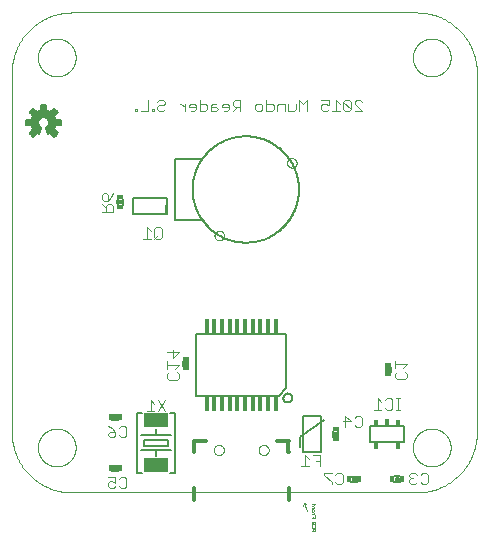
<source format=gbo>
G75*
%MOIN*%
%OFA0B0*%
%FSLAX25Y25*%
%IPPOS*%
%LPD*%
%AMOC8*
5,1,8,0,0,1.08239X$1,22.5*
%
%ADD10C,0.00100*%
%ADD11C,0.00000*%
%ADD12C,0.00300*%
%ADD13C,0.00600*%
%ADD14R,0.01800X0.02300*%
%ADD15C,0.01600*%
%ADD16R,0.02362X0.01181*%
%ADD17R,0.01181X0.02362*%
%ADD18C,0.00500*%
%ADD19C,0.00800*%
%ADD20C,0.00315*%
%ADD21C,0.01200*%
%ADD22R,0.08000X0.05000*%
%ADD23R,0.01400X0.05100*%
%ADD24C,0.00591*%
%ADD25R,0.02800X0.01600*%
D10*
X0033000Y0015846D02*
X0148000Y0015846D01*
X0148483Y0015852D01*
X0148966Y0015869D01*
X0149449Y0015899D01*
X0149930Y0015939D01*
X0150411Y0015992D01*
X0150890Y0016056D01*
X0151367Y0016131D01*
X0151843Y0016219D01*
X0152316Y0016317D01*
X0152786Y0016427D01*
X0153254Y0016548D01*
X0153719Y0016681D01*
X0154180Y0016825D01*
X0154638Y0016980D01*
X0155092Y0017146D01*
X0155542Y0017323D01*
X0155987Y0017510D01*
X0156428Y0017709D01*
X0156864Y0017917D01*
X0157294Y0018137D01*
X0157720Y0018367D01*
X0158139Y0018607D01*
X0158553Y0018857D01*
X0158960Y0019117D01*
X0159361Y0019386D01*
X0159756Y0019666D01*
X0160143Y0019954D01*
X0160524Y0020253D01*
X0160897Y0020560D01*
X0161262Y0020876D01*
X0161620Y0021201D01*
X0161970Y0021534D01*
X0162312Y0021876D01*
X0162645Y0022226D01*
X0162970Y0022584D01*
X0163286Y0022949D01*
X0163593Y0023322D01*
X0163892Y0023703D01*
X0164180Y0024090D01*
X0164460Y0024485D01*
X0164729Y0024886D01*
X0164989Y0025293D01*
X0165239Y0025707D01*
X0165479Y0026126D01*
X0165709Y0026552D01*
X0165929Y0026982D01*
X0166137Y0027418D01*
X0166336Y0027859D01*
X0166523Y0028304D01*
X0166700Y0028754D01*
X0166866Y0029208D01*
X0167021Y0029666D01*
X0167165Y0030127D01*
X0167298Y0030592D01*
X0167419Y0031060D01*
X0167529Y0031530D01*
X0167627Y0032003D01*
X0167715Y0032479D01*
X0167790Y0032956D01*
X0167854Y0033435D01*
X0167907Y0033916D01*
X0167947Y0034397D01*
X0167977Y0034880D01*
X0167994Y0035363D01*
X0168000Y0035846D01*
X0168000Y0155846D01*
X0167994Y0156329D01*
X0167977Y0156812D01*
X0167947Y0157295D01*
X0167907Y0157776D01*
X0167854Y0158257D01*
X0167790Y0158736D01*
X0167715Y0159213D01*
X0167627Y0159689D01*
X0167529Y0160162D01*
X0167419Y0160632D01*
X0167298Y0161100D01*
X0167165Y0161565D01*
X0167021Y0162026D01*
X0166866Y0162484D01*
X0166700Y0162938D01*
X0166523Y0163388D01*
X0166336Y0163833D01*
X0166137Y0164274D01*
X0165929Y0164710D01*
X0165709Y0165140D01*
X0165479Y0165566D01*
X0165239Y0165985D01*
X0164989Y0166399D01*
X0164729Y0166806D01*
X0164460Y0167207D01*
X0164180Y0167602D01*
X0163892Y0167989D01*
X0163593Y0168370D01*
X0163286Y0168743D01*
X0162970Y0169108D01*
X0162645Y0169466D01*
X0162312Y0169816D01*
X0161970Y0170158D01*
X0161620Y0170491D01*
X0161262Y0170816D01*
X0160897Y0171132D01*
X0160524Y0171439D01*
X0160143Y0171738D01*
X0159756Y0172026D01*
X0159361Y0172306D01*
X0158960Y0172575D01*
X0158553Y0172835D01*
X0158139Y0173085D01*
X0157720Y0173325D01*
X0157294Y0173555D01*
X0156864Y0173775D01*
X0156428Y0173983D01*
X0155987Y0174182D01*
X0155542Y0174369D01*
X0155092Y0174546D01*
X0154638Y0174712D01*
X0154180Y0174867D01*
X0153719Y0175011D01*
X0153254Y0175144D01*
X0152786Y0175265D01*
X0152316Y0175375D01*
X0151843Y0175473D01*
X0151367Y0175561D01*
X0150890Y0175636D01*
X0150411Y0175700D01*
X0149930Y0175753D01*
X0149449Y0175793D01*
X0148966Y0175823D01*
X0148483Y0175840D01*
X0148000Y0175846D01*
X0033000Y0175846D01*
X0032517Y0175840D01*
X0032034Y0175823D01*
X0031551Y0175793D01*
X0031070Y0175753D01*
X0030589Y0175700D01*
X0030110Y0175636D01*
X0029633Y0175561D01*
X0029157Y0175473D01*
X0028684Y0175375D01*
X0028214Y0175265D01*
X0027746Y0175144D01*
X0027281Y0175011D01*
X0026820Y0174867D01*
X0026362Y0174712D01*
X0025908Y0174546D01*
X0025458Y0174369D01*
X0025013Y0174182D01*
X0024572Y0173983D01*
X0024136Y0173775D01*
X0023706Y0173555D01*
X0023280Y0173325D01*
X0022861Y0173085D01*
X0022447Y0172835D01*
X0022040Y0172575D01*
X0021639Y0172306D01*
X0021244Y0172026D01*
X0020857Y0171738D01*
X0020476Y0171439D01*
X0020103Y0171132D01*
X0019738Y0170816D01*
X0019380Y0170491D01*
X0019030Y0170158D01*
X0018688Y0169816D01*
X0018355Y0169466D01*
X0018030Y0169108D01*
X0017714Y0168743D01*
X0017407Y0168370D01*
X0017108Y0167989D01*
X0016820Y0167602D01*
X0016540Y0167207D01*
X0016271Y0166806D01*
X0016011Y0166399D01*
X0015761Y0165985D01*
X0015521Y0165566D01*
X0015291Y0165140D01*
X0015071Y0164710D01*
X0014863Y0164274D01*
X0014664Y0163833D01*
X0014477Y0163388D01*
X0014300Y0162938D01*
X0014134Y0162484D01*
X0013979Y0162026D01*
X0013835Y0161565D01*
X0013702Y0161100D01*
X0013581Y0160632D01*
X0013471Y0160162D01*
X0013373Y0159689D01*
X0013285Y0159213D01*
X0013210Y0158736D01*
X0013146Y0158257D01*
X0013093Y0157776D01*
X0013053Y0157295D01*
X0013023Y0156812D01*
X0013006Y0156329D01*
X0013000Y0155846D01*
X0013000Y0035846D01*
X0013006Y0035363D01*
X0013023Y0034880D01*
X0013053Y0034397D01*
X0013093Y0033916D01*
X0013146Y0033435D01*
X0013210Y0032956D01*
X0013285Y0032479D01*
X0013373Y0032003D01*
X0013471Y0031530D01*
X0013581Y0031060D01*
X0013702Y0030592D01*
X0013835Y0030127D01*
X0013979Y0029666D01*
X0014134Y0029208D01*
X0014300Y0028754D01*
X0014477Y0028304D01*
X0014664Y0027859D01*
X0014863Y0027418D01*
X0015071Y0026982D01*
X0015291Y0026552D01*
X0015521Y0026126D01*
X0015761Y0025707D01*
X0016011Y0025293D01*
X0016271Y0024886D01*
X0016540Y0024485D01*
X0016820Y0024090D01*
X0017108Y0023703D01*
X0017407Y0023322D01*
X0017714Y0022949D01*
X0018030Y0022584D01*
X0018355Y0022226D01*
X0018688Y0021876D01*
X0019030Y0021534D01*
X0019380Y0021201D01*
X0019738Y0020876D01*
X0020103Y0020560D01*
X0020476Y0020253D01*
X0020857Y0019954D01*
X0021244Y0019666D01*
X0021639Y0019386D01*
X0022040Y0019117D01*
X0022447Y0018857D01*
X0022861Y0018607D01*
X0023280Y0018367D01*
X0023706Y0018137D01*
X0024136Y0017917D01*
X0024572Y0017709D01*
X0025013Y0017510D01*
X0025458Y0017323D01*
X0025908Y0017146D01*
X0026362Y0016980D01*
X0026820Y0016825D01*
X0027281Y0016681D01*
X0027746Y0016548D01*
X0028214Y0016427D01*
X0028684Y0016317D01*
X0029157Y0016219D01*
X0029633Y0016131D01*
X0030110Y0016056D01*
X0030589Y0015992D01*
X0031070Y0015939D01*
X0031551Y0015899D01*
X0032034Y0015869D01*
X0032517Y0015852D01*
X0033000Y0015846D01*
X0113015Y0012072D02*
X0113198Y0011889D01*
X0113932Y0011889D01*
X0113749Y0012072D02*
X0113749Y0011705D01*
X0113565Y0011334D02*
X0113015Y0011334D01*
X0113565Y0011334D02*
X0113749Y0011151D01*
X0113749Y0010600D01*
X0113015Y0010600D01*
X0113198Y0010229D02*
X0113565Y0010229D01*
X0113749Y0010046D01*
X0113749Y0009679D01*
X0113565Y0009495D01*
X0113198Y0009495D01*
X0113015Y0009679D01*
X0113015Y0010046D01*
X0113198Y0010229D01*
X0113749Y0009125D02*
X0113749Y0008942D01*
X0113382Y0008575D01*
X0113015Y0008575D02*
X0113749Y0008575D01*
X0114116Y0008204D02*
X0114116Y0007470D01*
X0113015Y0007470D01*
X0113565Y0007470D02*
X0113565Y0007837D01*
X0113382Y0005994D02*
X0113198Y0005994D01*
X0113015Y0005810D01*
X0113015Y0005260D01*
X0114116Y0005260D01*
X0114116Y0005810D01*
X0113932Y0005994D01*
X0113749Y0005994D01*
X0113565Y0005810D01*
X0113565Y0005260D01*
X0113198Y0004889D02*
X0113015Y0004705D01*
X0113015Y0004338D01*
X0113198Y0004155D01*
X0113932Y0004155D01*
X0114116Y0004338D01*
X0114116Y0004705D01*
X0113932Y0004889D01*
X0113565Y0005810D02*
X0113382Y0005994D01*
X0113565Y0003784D02*
X0113382Y0003600D01*
X0113382Y0003050D01*
X0113015Y0003050D02*
X0114116Y0003050D01*
X0114116Y0003600D01*
X0113932Y0003784D01*
X0113565Y0003784D01*
D11*
X0021701Y0030846D02*
X0021703Y0031004D01*
X0021709Y0031162D01*
X0021719Y0031320D01*
X0021733Y0031478D01*
X0021751Y0031635D01*
X0021772Y0031792D01*
X0021798Y0031948D01*
X0021828Y0032104D01*
X0021861Y0032259D01*
X0021899Y0032412D01*
X0021940Y0032565D01*
X0021985Y0032717D01*
X0022034Y0032868D01*
X0022087Y0033017D01*
X0022143Y0033165D01*
X0022203Y0033311D01*
X0022267Y0033456D01*
X0022335Y0033599D01*
X0022406Y0033741D01*
X0022480Y0033881D01*
X0022558Y0034018D01*
X0022640Y0034154D01*
X0022724Y0034288D01*
X0022813Y0034419D01*
X0022904Y0034548D01*
X0022999Y0034675D01*
X0023096Y0034800D01*
X0023197Y0034922D01*
X0023301Y0035041D01*
X0023408Y0035158D01*
X0023518Y0035272D01*
X0023631Y0035383D01*
X0023746Y0035492D01*
X0023864Y0035597D01*
X0023985Y0035699D01*
X0024108Y0035799D01*
X0024234Y0035895D01*
X0024362Y0035988D01*
X0024492Y0036078D01*
X0024625Y0036164D01*
X0024760Y0036248D01*
X0024896Y0036327D01*
X0025035Y0036404D01*
X0025176Y0036476D01*
X0025318Y0036546D01*
X0025462Y0036611D01*
X0025608Y0036673D01*
X0025755Y0036731D01*
X0025904Y0036786D01*
X0026054Y0036837D01*
X0026205Y0036884D01*
X0026357Y0036927D01*
X0026510Y0036966D01*
X0026665Y0037002D01*
X0026820Y0037033D01*
X0026976Y0037061D01*
X0027132Y0037085D01*
X0027289Y0037105D01*
X0027447Y0037121D01*
X0027604Y0037133D01*
X0027763Y0037141D01*
X0027921Y0037145D01*
X0028079Y0037145D01*
X0028237Y0037141D01*
X0028396Y0037133D01*
X0028553Y0037121D01*
X0028711Y0037105D01*
X0028868Y0037085D01*
X0029024Y0037061D01*
X0029180Y0037033D01*
X0029335Y0037002D01*
X0029490Y0036966D01*
X0029643Y0036927D01*
X0029795Y0036884D01*
X0029946Y0036837D01*
X0030096Y0036786D01*
X0030245Y0036731D01*
X0030392Y0036673D01*
X0030538Y0036611D01*
X0030682Y0036546D01*
X0030824Y0036476D01*
X0030965Y0036404D01*
X0031104Y0036327D01*
X0031240Y0036248D01*
X0031375Y0036164D01*
X0031508Y0036078D01*
X0031638Y0035988D01*
X0031766Y0035895D01*
X0031892Y0035799D01*
X0032015Y0035699D01*
X0032136Y0035597D01*
X0032254Y0035492D01*
X0032369Y0035383D01*
X0032482Y0035272D01*
X0032592Y0035158D01*
X0032699Y0035041D01*
X0032803Y0034922D01*
X0032904Y0034800D01*
X0033001Y0034675D01*
X0033096Y0034548D01*
X0033187Y0034419D01*
X0033276Y0034288D01*
X0033360Y0034154D01*
X0033442Y0034018D01*
X0033520Y0033881D01*
X0033594Y0033741D01*
X0033665Y0033599D01*
X0033733Y0033456D01*
X0033797Y0033311D01*
X0033857Y0033165D01*
X0033913Y0033017D01*
X0033966Y0032868D01*
X0034015Y0032717D01*
X0034060Y0032565D01*
X0034101Y0032412D01*
X0034139Y0032259D01*
X0034172Y0032104D01*
X0034202Y0031948D01*
X0034228Y0031792D01*
X0034249Y0031635D01*
X0034267Y0031478D01*
X0034281Y0031320D01*
X0034291Y0031162D01*
X0034297Y0031004D01*
X0034299Y0030846D01*
X0034297Y0030688D01*
X0034291Y0030530D01*
X0034281Y0030372D01*
X0034267Y0030214D01*
X0034249Y0030057D01*
X0034228Y0029900D01*
X0034202Y0029744D01*
X0034172Y0029588D01*
X0034139Y0029433D01*
X0034101Y0029280D01*
X0034060Y0029127D01*
X0034015Y0028975D01*
X0033966Y0028824D01*
X0033913Y0028675D01*
X0033857Y0028527D01*
X0033797Y0028381D01*
X0033733Y0028236D01*
X0033665Y0028093D01*
X0033594Y0027951D01*
X0033520Y0027811D01*
X0033442Y0027674D01*
X0033360Y0027538D01*
X0033276Y0027404D01*
X0033187Y0027273D01*
X0033096Y0027144D01*
X0033001Y0027017D01*
X0032904Y0026892D01*
X0032803Y0026770D01*
X0032699Y0026651D01*
X0032592Y0026534D01*
X0032482Y0026420D01*
X0032369Y0026309D01*
X0032254Y0026200D01*
X0032136Y0026095D01*
X0032015Y0025993D01*
X0031892Y0025893D01*
X0031766Y0025797D01*
X0031638Y0025704D01*
X0031508Y0025614D01*
X0031375Y0025528D01*
X0031240Y0025444D01*
X0031104Y0025365D01*
X0030965Y0025288D01*
X0030824Y0025216D01*
X0030682Y0025146D01*
X0030538Y0025081D01*
X0030392Y0025019D01*
X0030245Y0024961D01*
X0030096Y0024906D01*
X0029946Y0024855D01*
X0029795Y0024808D01*
X0029643Y0024765D01*
X0029490Y0024726D01*
X0029335Y0024690D01*
X0029180Y0024659D01*
X0029024Y0024631D01*
X0028868Y0024607D01*
X0028711Y0024587D01*
X0028553Y0024571D01*
X0028396Y0024559D01*
X0028237Y0024551D01*
X0028079Y0024547D01*
X0027921Y0024547D01*
X0027763Y0024551D01*
X0027604Y0024559D01*
X0027447Y0024571D01*
X0027289Y0024587D01*
X0027132Y0024607D01*
X0026976Y0024631D01*
X0026820Y0024659D01*
X0026665Y0024690D01*
X0026510Y0024726D01*
X0026357Y0024765D01*
X0026205Y0024808D01*
X0026054Y0024855D01*
X0025904Y0024906D01*
X0025755Y0024961D01*
X0025608Y0025019D01*
X0025462Y0025081D01*
X0025318Y0025146D01*
X0025176Y0025216D01*
X0025035Y0025288D01*
X0024896Y0025365D01*
X0024760Y0025444D01*
X0024625Y0025528D01*
X0024492Y0025614D01*
X0024362Y0025704D01*
X0024234Y0025797D01*
X0024108Y0025893D01*
X0023985Y0025993D01*
X0023864Y0026095D01*
X0023746Y0026200D01*
X0023631Y0026309D01*
X0023518Y0026420D01*
X0023408Y0026534D01*
X0023301Y0026651D01*
X0023197Y0026770D01*
X0023096Y0026892D01*
X0022999Y0027017D01*
X0022904Y0027144D01*
X0022813Y0027273D01*
X0022724Y0027404D01*
X0022640Y0027538D01*
X0022558Y0027674D01*
X0022480Y0027811D01*
X0022406Y0027951D01*
X0022335Y0028093D01*
X0022267Y0028236D01*
X0022203Y0028381D01*
X0022143Y0028527D01*
X0022087Y0028675D01*
X0022034Y0028824D01*
X0021985Y0028975D01*
X0021940Y0029127D01*
X0021899Y0029280D01*
X0021861Y0029433D01*
X0021828Y0029588D01*
X0021798Y0029744D01*
X0021772Y0029900D01*
X0021751Y0030057D01*
X0021733Y0030214D01*
X0021719Y0030372D01*
X0021709Y0030530D01*
X0021703Y0030688D01*
X0021701Y0030846D01*
X0080347Y0030008D02*
X0080349Y0030089D01*
X0080355Y0030171D01*
X0080365Y0030252D01*
X0080379Y0030332D01*
X0080396Y0030411D01*
X0080418Y0030490D01*
X0080443Y0030567D01*
X0080472Y0030644D01*
X0080505Y0030718D01*
X0080542Y0030791D01*
X0080581Y0030862D01*
X0080625Y0030931D01*
X0080671Y0030998D01*
X0080721Y0031062D01*
X0080774Y0031124D01*
X0080830Y0031184D01*
X0080888Y0031240D01*
X0080950Y0031294D01*
X0081014Y0031345D01*
X0081080Y0031392D01*
X0081148Y0031436D01*
X0081219Y0031477D01*
X0081291Y0031514D01*
X0081366Y0031548D01*
X0081441Y0031578D01*
X0081519Y0031604D01*
X0081597Y0031627D01*
X0081676Y0031645D01*
X0081756Y0031660D01*
X0081837Y0031671D01*
X0081918Y0031678D01*
X0082000Y0031681D01*
X0082081Y0031680D01*
X0082162Y0031675D01*
X0082243Y0031666D01*
X0082324Y0031653D01*
X0082404Y0031636D01*
X0082482Y0031616D01*
X0082560Y0031591D01*
X0082637Y0031563D01*
X0082712Y0031531D01*
X0082785Y0031496D01*
X0082856Y0031457D01*
X0082926Y0031414D01*
X0082993Y0031369D01*
X0083059Y0031320D01*
X0083121Y0031268D01*
X0083181Y0031212D01*
X0083238Y0031154D01*
X0083293Y0031094D01*
X0083344Y0031030D01*
X0083392Y0030965D01*
X0083437Y0030897D01*
X0083479Y0030827D01*
X0083517Y0030755D01*
X0083552Y0030681D01*
X0083583Y0030606D01*
X0083610Y0030529D01*
X0083633Y0030451D01*
X0083653Y0030372D01*
X0083669Y0030292D01*
X0083681Y0030211D01*
X0083689Y0030130D01*
X0083693Y0030049D01*
X0083693Y0029967D01*
X0083689Y0029886D01*
X0083681Y0029805D01*
X0083669Y0029724D01*
X0083653Y0029644D01*
X0083633Y0029565D01*
X0083610Y0029487D01*
X0083583Y0029410D01*
X0083552Y0029335D01*
X0083517Y0029261D01*
X0083479Y0029189D01*
X0083437Y0029119D01*
X0083392Y0029051D01*
X0083344Y0028986D01*
X0083293Y0028922D01*
X0083238Y0028862D01*
X0083181Y0028804D01*
X0083121Y0028748D01*
X0083059Y0028696D01*
X0082993Y0028647D01*
X0082926Y0028602D01*
X0082857Y0028559D01*
X0082785Y0028520D01*
X0082712Y0028485D01*
X0082637Y0028453D01*
X0082560Y0028425D01*
X0082482Y0028400D01*
X0082404Y0028380D01*
X0082324Y0028363D01*
X0082243Y0028350D01*
X0082162Y0028341D01*
X0082081Y0028336D01*
X0082000Y0028335D01*
X0081918Y0028338D01*
X0081837Y0028345D01*
X0081756Y0028356D01*
X0081676Y0028371D01*
X0081597Y0028389D01*
X0081519Y0028412D01*
X0081441Y0028438D01*
X0081366Y0028468D01*
X0081291Y0028502D01*
X0081219Y0028539D01*
X0081148Y0028580D01*
X0081080Y0028624D01*
X0081014Y0028671D01*
X0080950Y0028722D01*
X0080888Y0028776D01*
X0080830Y0028832D01*
X0080774Y0028892D01*
X0080721Y0028954D01*
X0080671Y0029018D01*
X0080625Y0029085D01*
X0080581Y0029154D01*
X0080542Y0029225D01*
X0080505Y0029298D01*
X0080472Y0029372D01*
X0080443Y0029449D01*
X0080418Y0029526D01*
X0080396Y0029605D01*
X0080379Y0029684D01*
X0080365Y0029764D01*
X0080355Y0029845D01*
X0080349Y0029927D01*
X0080347Y0030008D01*
X0095307Y0030008D02*
X0095309Y0030089D01*
X0095315Y0030171D01*
X0095325Y0030252D01*
X0095339Y0030332D01*
X0095356Y0030411D01*
X0095378Y0030490D01*
X0095403Y0030567D01*
X0095432Y0030644D01*
X0095465Y0030718D01*
X0095502Y0030791D01*
X0095541Y0030862D01*
X0095585Y0030931D01*
X0095631Y0030998D01*
X0095681Y0031062D01*
X0095734Y0031124D01*
X0095790Y0031184D01*
X0095848Y0031240D01*
X0095910Y0031294D01*
X0095974Y0031345D01*
X0096040Y0031392D01*
X0096108Y0031436D01*
X0096179Y0031477D01*
X0096251Y0031514D01*
X0096326Y0031548D01*
X0096401Y0031578D01*
X0096479Y0031604D01*
X0096557Y0031627D01*
X0096636Y0031645D01*
X0096716Y0031660D01*
X0096797Y0031671D01*
X0096878Y0031678D01*
X0096960Y0031681D01*
X0097041Y0031680D01*
X0097122Y0031675D01*
X0097203Y0031666D01*
X0097284Y0031653D01*
X0097364Y0031636D01*
X0097442Y0031616D01*
X0097520Y0031591D01*
X0097597Y0031563D01*
X0097672Y0031531D01*
X0097745Y0031496D01*
X0097816Y0031457D01*
X0097886Y0031414D01*
X0097953Y0031369D01*
X0098019Y0031320D01*
X0098081Y0031268D01*
X0098141Y0031212D01*
X0098198Y0031154D01*
X0098253Y0031094D01*
X0098304Y0031030D01*
X0098352Y0030965D01*
X0098397Y0030897D01*
X0098439Y0030827D01*
X0098477Y0030755D01*
X0098512Y0030681D01*
X0098543Y0030606D01*
X0098570Y0030529D01*
X0098593Y0030451D01*
X0098613Y0030372D01*
X0098629Y0030292D01*
X0098641Y0030211D01*
X0098649Y0030130D01*
X0098653Y0030049D01*
X0098653Y0029967D01*
X0098649Y0029886D01*
X0098641Y0029805D01*
X0098629Y0029724D01*
X0098613Y0029644D01*
X0098593Y0029565D01*
X0098570Y0029487D01*
X0098543Y0029410D01*
X0098512Y0029335D01*
X0098477Y0029261D01*
X0098439Y0029189D01*
X0098397Y0029119D01*
X0098352Y0029051D01*
X0098304Y0028986D01*
X0098253Y0028922D01*
X0098198Y0028862D01*
X0098141Y0028804D01*
X0098081Y0028748D01*
X0098019Y0028696D01*
X0097953Y0028647D01*
X0097886Y0028602D01*
X0097817Y0028559D01*
X0097745Y0028520D01*
X0097672Y0028485D01*
X0097597Y0028453D01*
X0097520Y0028425D01*
X0097442Y0028400D01*
X0097364Y0028380D01*
X0097284Y0028363D01*
X0097203Y0028350D01*
X0097122Y0028341D01*
X0097041Y0028336D01*
X0096960Y0028335D01*
X0096878Y0028338D01*
X0096797Y0028345D01*
X0096716Y0028356D01*
X0096636Y0028371D01*
X0096557Y0028389D01*
X0096479Y0028412D01*
X0096401Y0028438D01*
X0096326Y0028468D01*
X0096251Y0028502D01*
X0096179Y0028539D01*
X0096108Y0028580D01*
X0096040Y0028624D01*
X0095974Y0028671D01*
X0095910Y0028722D01*
X0095848Y0028776D01*
X0095790Y0028832D01*
X0095734Y0028892D01*
X0095681Y0028954D01*
X0095631Y0029018D01*
X0095585Y0029085D01*
X0095541Y0029154D01*
X0095502Y0029225D01*
X0095465Y0029298D01*
X0095432Y0029372D01*
X0095403Y0029449D01*
X0095378Y0029526D01*
X0095356Y0029605D01*
X0095339Y0029684D01*
X0095325Y0029764D01*
X0095315Y0029845D01*
X0095309Y0029927D01*
X0095307Y0030008D01*
X0146701Y0030846D02*
X0146703Y0031004D01*
X0146709Y0031162D01*
X0146719Y0031320D01*
X0146733Y0031478D01*
X0146751Y0031635D01*
X0146772Y0031792D01*
X0146798Y0031948D01*
X0146828Y0032104D01*
X0146861Y0032259D01*
X0146899Y0032412D01*
X0146940Y0032565D01*
X0146985Y0032717D01*
X0147034Y0032868D01*
X0147087Y0033017D01*
X0147143Y0033165D01*
X0147203Y0033311D01*
X0147267Y0033456D01*
X0147335Y0033599D01*
X0147406Y0033741D01*
X0147480Y0033881D01*
X0147558Y0034018D01*
X0147640Y0034154D01*
X0147724Y0034288D01*
X0147813Y0034419D01*
X0147904Y0034548D01*
X0147999Y0034675D01*
X0148096Y0034800D01*
X0148197Y0034922D01*
X0148301Y0035041D01*
X0148408Y0035158D01*
X0148518Y0035272D01*
X0148631Y0035383D01*
X0148746Y0035492D01*
X0148864Y0035597D01*
X0148985Y0035699D01*
X0149108Y0035799D01*
X0149234Y0035895D01*
X0149362Y0035988D01*
X0149492Y0036078D01*
X0149625Y0036164D01*
X0149760Y0036248D01*
X0149896Y0036327D01*
X0150035Y0036404D01*
X0150176Y0036476D01*
X0150318Y0036546D01*
X0150462Y0036611D01*
X0150608Y0036673D01*
X0150755Y0036731D01*
X0150904Y0036786D01*
X0151054Y0036837D01*
X0151205Y0036884D01*
X0151357Y0036927D01*
X0151510Y0036966D01*
X0151665Y0037002D01*
X0151820Y0037033D01*
X0151976Y0037061D01*
X0152132Y0037085D01*
X0152289Y0037105D01*
X0152447Y0037121D01*
X0152604Y0037133D01*
X0152763Y0037141D01*
X0152921Y0037145D01*
X0153079Y0037145D01*
X0153237Y0037141D01*
X0153396Y0037133D01*
X0153553Y0037121D01*
X0153711Y0037105D01*
X0153868Y0037085D01*
X0154024Y0037061D01*
X0154180Y0037033D01*
X0154335Y0037002D01*
X0154490Y0036966D01*
X0154643Y0036927D01*
X0154795Y0036884D01*
X0154946Y0036837D01*
X0155096Y0036786D01*
X0155245Y0036731D01*
X0155392Y0036673D01*
X0155538Y0036611D01*
X0155682Y0036546D01*
X0155824Y0036476D01*
X0155965Y0036404D01*
X0156104Y0036327D01*
X0156240Y0036248D01*
X0156375Y0036164D01*
X0156508Y0036078D01*
X0156638Y0035988D01*
X0156766Y0035895D01*
X0156892Y0035799D01*
X0157015Y0035699D01*
X0157136Y0035597D01*
X0157254Y0035492D01*
X0157369Y0035383D01*
X0157482Y0035272D01*
X0157592Y0035158D01*
X0157699Y0035041D01*
X0157803Y0034922D01*
X0157904Y0034800D01*
X0158001Y0034675D01*
X0158096Y0034548D01*
X0158187Y0034419D01*
X0158276Y0034288D01*
X0158360Y0034154D01*
X0158442Y0034018D01*
X0158520Y0033881D01*
X0158594Y0033741D01*
X0158665Y0033599D01*
X0158733Y0033456D01*
X0158797Y0033311D01*
X0158857Y0033165D01*
X0158913Y0033017D01*
X0158966Y0032868D01*
X0159015Y0032717D01*
X0159060Y0032565D01*
X0159101Y0032412D01*
X0159139Y0032259D01*
X0159172Y0032104D01*
X0159202Y0031948D01*
X0159228Y0031792D01*
X0159249Y0031635D01*
X0159267Y0031478D01*
X0159281Y0031320D01*
X0159291Y0031162D01*
X0159297Y0031004D01*
X0159299Y0030846D01*
X0159297Y0030688D01*
X0159291Y0030530D01*
X0159281Y0030372D01*
X0159267Y0030214D01*
X0159249Y0030057D01*
X0159228Y0029900D01*
X0159202Y0029744D01*
X0159172Y0029588D01*
X0159139Y0029433D01*
X0159101Y0029280D01*
X0159060Y0029127D01*
X0159015Y0028975D01*
X0158966Y0028824D01*
X0158913Y0028675D01*
X0158857Y0028527D01*
X0158797Y0028381D01*
X0158733Y0028236D01*
X0158665Y0028093D01*
X0158594Y0027951D01*
X0158520Y0027811D01*
X0158442Y0027674D01*
X0158360Y0027538D01*
X0158276Y0027404D01*
X0158187Y0027273D01*
X0158096Y0027144D01*
X0158001Y0027017D01*
X0157904Y0026892D01*
X0157803Y0026770D01*
X0157699Y0026651D01*
X0157592Y0026534D01*
X0157482Y0026420D01*
X0157369Y0026309D01*
X0157254Y0026200D01*
X0157136Y0026095D01*
X0157015Y0025993D01*
X0156892Y0025893D01*
X0156766Y0025797D01*
X0156638Y0025704D01*
X0156508Y0025614D01*
X0156375Y0025528D01*
X0156240Y0025444D01*
X0156104Y0025365D01*
X0155965Y0025288D01*
X0155824Y0025216D01*
X0155682Y0025146D01*
X0155538Y0025081D01*
X0155392Y0025019D01*
X0155245Y0024961D01*
X0155096Y0024906D01*
X0154946Y0024855D01*
X0154795Y0024808D01*
X0154643Y0024765D01*
X0154490Y0024726D01*
X0154335Y0024690D01*
X0154180Y0024659D01*
X0154024Y0024631D01*
X0153868Y0024607D01*
X0153711Y0024587D01*
X0153553Y0024571D01*
X0153396Y0024559D01*
X0153237Y0024551D01*
X0153079Y0024547D01*
X0152921Y0024547D01*
X0152763Y0024551D01*
X0152604Y0024559D01*
X0152447Y0024571D01*
X0152289Y0024587D01*
X0152132Y0024607D01*
X0151976Y0024631D01*
X0151820Y0024659D01*
X0151665Y0024690D01*
X0151510Y0024726D01*
X0151357Y0024765D01*
X0151205Y0024808D01*
X0151054Y0024855D01*
X0150904Y0024906D01*
X0150755Y0024961D01*
X0150608Y0025019D01*
X0150462Y0025081D01*
X0150318Y0025146D01*
X0150176Y0025216D01*
X0150035Y0025288D01*
X0149896Y0025365D01*
X0149760Y0025444D01*
X0149625Y0025528D01*
X0149492Y0025614D01*
X0149362Y0025704D01*
X0149234Y0025797D01*
X0149108Y0025893D01*
X0148985Y0025993D01*
X0148864Y0026095D01*
X0148746Y0026200D01*
X0148631Y0026309D01*
X0148518Y0026420D01*
X0148408Y0026534D01*
X0148301Y0026651D01*
X0148197Y0026770D01*
X0148096Y0026892D01*
X0147999Y0027017D01*
X0147904Y0027144D01*
X0147813Y0027273D01*
X0147724Y0027404D01*
X0147640Y0027538D01*
X0147558Y0027674D01*
X0147480Y0027811D01*
X0147406Y0027951D01*
X0147335Y0028093D01*
X0147267Y0028236D01*
X0147203Y0028381D01*
X0147143Y0028527D01*
X0147087Y0028675D01*
X0147034Y0028824D01*
X0146985Y0028975D01*
X0146940Y0029127D01*
X0146899Y0029280D01*
X0146861Y0029433D01*
X0146828Y0029588D01*
X0146798Y0029744D01*
X0146772Y0029900D01*
X0146751Y0030057D01*
X0146733Y0030214D01*
X0146719Y0030372D01*
X0146709Y0030530D01*
X0146703Y0030688D01*
X0146701Y0030846D01*
X0080567Y0101492D02*
X0080569Y0101571D01*
X0080575Y0101650D01*
X0080585Y0101729D01*
X0080599Y0101807D01*
X0080616Y0101884D01*
X0080638Y0101960D01*
X0080663Y0102035D01*
X0080693Y0102108D01*
X0080725Y0102180D01*
X0080762Y0102251D01*
X0080802Y0102319D01*
X0080845Y0102385D01*
X0080891Y0102449D01*
X0080941Y0102511D01*
X0080994Y0102570D01*
X0081049Y0102626D01*
X0081108Y0102680D01*
X0081169Y0102730D01*
X0081232Y0102778D01*
X0081298Y0102822D01*
X0081366Y0102863D01*
X0081436Y0102900D01*
X0081507Y0102934D01*
X0081581Y0102964D01*
X0081655Y0102990D01*
X0081731Y0103012D01*
X0081808Y0103031D01*
X0081886Y0103046D01*
X0081964Y0103057D01*
X0082043Y0103064D01*
X0082122Y0103067D01*
X0082201Y0103066D01*
X0082280Y0103061D01*
X0082359Y0103052D01*
X0082437Y0103039D01*
X0082514Y0103022D01*
X0082591Y0103002D01*
X0082666Y0102977D01*
X0082740Y0102949D01*
X0082813Y0102917D01*
X0082883Y0102882D01*
X0082952Y0102843D01*
X0083019Y0102800D01*
X0083084Y0102754D01*
X0083146Y0102706D01*
X0083206Y0102654D01*
X0083263Y0102599D01*
X0083317Y0102541D01*
X0083368Y0102481D01*
X0083416Y0102418D01*
X0083461Y0102353D01*
X0083503Y0102285D01*
X0083541Y0102216D01*
X0083575Y0102145D01*
X0083606Y0102072D01*
X0083634Y0101997D01*
X0083657Y0101922D01*
X0083677Y0101845D01*
X0083693Y0101768D01*
X0083705Y0101689D01*
X0083713Y0101611D01*
X0083717Y0101532D01*
X0083717Y0101452D01*
X0083713Y0101373D01*
X0083705Y0101295D01*
X0083693Y0101216D01*
X0083677Y0101139D01*
X0083657Y0101062D01*
X0083634Y0100987D01*
X0083606Y0100912D01*
X0083575Y0100839D01*
X0083541Y0100768D01*
X0083503Y0100699D01*
X0083461Y0100631D01*
X0083416Y0100566D01*
X0083368Y0100503D01*
X0083317Y0100443D01*
X0083263Y0100385D01*
X0083206Y0100330D01*
X0083146Y0100278D01*
X0083084Y0100230D01*
X0083019Y0100184D01*
X0082952Y0100141D01*
X0082883Y0100102D01*
X0082813Y0100067D01*
X0082740Y0100035D01*
X0082666Y0100007D01*
X0082591Y0099982D01*
X0082514Y0099962D01*
X0082437Y0099945D01*
X0082359Y0099932D01*
X0082280Y0099923D01*
X0082201Y0099918D01*
X0082122Y0099917D01*
X0082043Y0099920D01*
X0081964Y0099927D01*
X0081886Y0099938D01*
X0081808Y0099953D01*
X0081731Y0099972D01*
X0081655Y0099994D01*
X0081581Y0100020D01*
X0081507Y0100050D01*
X0081436Y0100084D01*
X0081366Y0100121D01*
X0081298Y0100162D01*
X0081232Y0100206D01*
X0081169Y0100254D01*
X0081108Y0100304D01*
X0081049Y0100358D01*
X0080994Y0100414D01*
X0080941Y0100473D01*
X0080891Y0100535D01*
X0080845Y0100599D01*
X0080802Y0100665D01*
X0080762Y0100733D01*
X0080725Y0100804D01*
X0080693Y0100876D01*
X0080663Y0100949D01*
X0080638Y0101024D01*
X0080616Y0101100D01*
X0080599Y0101177D01*
X0080585Y0101255D01*
X0080575Y0101334D01*
X0080569Y0101413D01*
X0080567Y0101492D01*
X0104779Y0125705D02*
X0104781Y0125784D01*
X0104787Y0125863D01*
X0104797Y0125942D01*
X0104811Y0126020D01*
X0104828Y0126097D01*
X0104850Y0126173D01*
X0104875Y0126248D01*
X0104905Y0126321D01*
X0104937Y0126393D01*
X0104974Y0126464D01*
X0105014Y0126532D01*
X0105057Y0126598D01*
X0105103Y0126662D01*
X0105153Y0126724D01*
X0105206Y0126783D01*
X0105261Y0126839D01*
X0105320Y0126893D01*
X0105381Y0126943D01*
X0105444Y0126991D01*
X0105510Y0127035D01*
X0105578Y0127076D01*
X0105648Y0127113D01*
X0105719Y0127147D01*
X0105793Y0127177D01*
X0105867Y0127203D01*
X0105943Y0127225D01*
X0106020Y0127244D01*
X0106098Y0127259D01*
X0106176Y0127270D01*
X0106255Y0127277D01*
X0106334Y0127280D01*
X0106413Y0127279D01*
X0106492Y0127274D01*
X0106571Y0127265D01*
X0106649Y0127252D01*
X0106726Y0127235D01*
X0106803Y0127215D01*
X0106878Y0127190D01*
X0106952Y0127162D01*
X0107025Y0127130D01*
X0107095Y0127095D01*
X0107164Y0127056D01*
X0107231Y0127013D01*
X0107296Y0126967D01*
X0107358Y0126919D01*
X0107418Y0126867D01*
X0107475Y0126812D01*
X0107529Y0126754D01*
X0107580Y0126694D01*
X0107628Y0126631D01*
X0107673Y0126566D01*
X0107715Y0126498D01*
X0107753Y0126429D01*
X0107787Y0126358D01*
X0107818Y0126285D01*
X0107846Y0126210D01*
X0107869Y0126135D01*
X0107889Y0126058D01*
X0107905Y0125981D01*
X0107917Y0125902D01*
X0107925Y0125824D01*
X0107929Y0125745D01*
X0107929Y0125665D01*
X0107925Y0125586D01*
X0107917Y0125508D01*
X0107905Y0125429D01*
X0107889Y0125352D01*
X0107869Y0125275D01*
X0107846Y0125200D01*
X0107818Y0125125D01*
X0107787Y0125052D01*
X0107753Y0124981D01*
X0107715Y0124912D01*
X0107673Y0124844D01*
X0107628Y0124779D01*
X0107580Y0124716D01*
X0107529Y0124656D01*
X0107475Y0124598D01*
X0107418Y0124543D01*
X0107358Y0124491D01*
X0107296Y0124443D01*
X0107231Y0124397D01*
X0107164Y0124354D01*
X0107095Y0124315D01*
X0107025Y0124280D01*
X0106952Y0124248D01*
X0106878Y0124220D01*
X0106803Y0124195D01*
X0106726Y0124175D01*
X0106649Y0124158D01*
X0106571Y0124145D01*
X0106492Y0124136D01*
X0106413Y0124131D01*
X0106334Y0124130D01*
X0106255Y0124133D01*
X0106176Y0124140D01*
X0106098Y0124151D01*
X0106020Y0124166D01*
X0105943Y0124185D01*
X0105867Y0124207D01*
X0105793Y0124233D01*
X0105719Y0124263D01*
X0105648Y0124297D01*
X0105578Y0124334D01*
X0105510Y0124375D01*
X0105444Y0124419D01*
X0105381Y0124467D01*
X0105320Y0124517D01*
X0105261Y0124571D01*
X0105206Y0124627D01*
X0105153Y0124686D01*
X0105103Y0124748D01*
X0105057Y0124812D01*
X0105014Y0124878D01*
X0104974Y0124946D01*
X0104937Y0125017D01*
X0104905Y0125089D01*
X0104875Y0125162D01*
X0104850Y0125237D01*
X0104828Y0125313D01*
X0104811Y0125390D01*
X0104797Y0125468D01*
X0104787Y0125547D01*
X0104781Y0125626D01*
X0104779Y0125705D01*
X0146701Y0160846D02*
X0146703Y0161004D01*
X0146709Y0161162D01*
X0146719Y0161320D01*
X0146733Y0161478D01*
X0146751Y0161635D01*
X0146772Y0161792D01*
X0146798Y0161948D01*
X0146828Y0162104D01*
X0146861Y0162259D01*
X0146899Y0162412D01*
X0146940Y0162565D01*
X0146985Y0162717D01*
X0147034Y0162868D01*
X0147087Y0163017D01*
X0147143Y0163165D01*
X0147203Y0163311D01*
X0147267Y0163456D01*
X0147335Y0163599D01*
X0147406Y0163741D01*
X0147480Y0163881D01*
X0147558Y0164018D01*
X0147640Y0164154D01*
X0147724Y0164288D01*
X0147813Y0164419D01*
X0147904Y0164548D01*
X0147999Y0164675D01*
X0148096Y0164800D01*
X0148197Y0164922D01*
X0148301Y0165041D01*
X0148408Y0165158D01*
X0148518Y0165272D01*
X0148631Y0165383D01*
X0148746Y0165492D01*
X0148864Y0165597D01*
X0148985Y0165699D01*
X0149108Y0165799D01*
X0149234Y0165895D01*
X0149362Y0165988D01*
X0149492Y0166078D01*
X0149625Y0166164D01*
X0149760Y0166248D01*
X0149896Y0166327D01*
X0150035Y0166404D01*
X0150176Y0166476D01*
X0150318Y0166546D01*
X0150462Y0166611D01*
X0150608Y0166673D01*
X0150755Y0166731D01*
X0150904Y0166786D01*
X0151054Y0166837D01*
X0151205Y0166884D01*
X0151357Y0166927D01*
X0151510Y0166966D01*
X0151665Y0167002D01*
X0151820Y0167033D01*
X0151976Y0167061D01*
X0152132Y0167085D01*
X0152289Y0167105D01*
X0152447Y0167121D01*
X0152604Y0167133D01*
X0152763Y0167141D01*
X0152921Y0167145D01*
X0153079Y0167145D01*
X0153237Y0167141D01*
X0153396Y0167133D01*
X0153553Y0167121D01*
X0153711Y0167105D01*
X0153868Y0167085D01*
X0154024Y0167061D01*
X0154180Y0167033D01*
X0154335Y0167002D01*
X0154490Y0166966D01*
X0154643Y0166927D01*
X0154795Y0166884D01*
X0154946Y0166837D01*
X0155096Y0166786D01*
X0155245Y0166731D01*
X0155392Y0166673D01*
X0155538Y0166611D01*
X0155682Y0166546D01*
X0155824Y0166476D01*
X0155965Y0166404D01*
X0156104Y0166327D01*
X0156240Y0166248D01*
X0156375Y0166164D01*
X0156508Y0166078D01*
X0156638Y0165988D01*
X0156766Y0165895D01*
X0156892Y0165799D01*
X0157015Y0165699D01*
X0157136Y0165597D01*
X0157254Y0165492D01*
X0157369Y0165383D01*
X0157482Y0165272D01*
X0157592Y0165158D01*
X0157699Y0165041D01*
X0157803Y0164922D01*
X0157904Y0164800D01*
X0158001Y0164675D01*
X0158096Y0164548D01*
X0158187Y0164419D01*
X0158276Y0164288D01*
X0158360Y0164154D01*
X0158442Y0164018D01*
X0158520Y0163881D01*
X0158594Y0163741D01*
X0158665Y0163599D01*
X0158733Y0163456D01*
X0158797Y0163311D01*
X0158857Y0163165D01*
X0158913Y0163017D01*
X0158966Y0162868D01*
X0159015Y0162717D01*
X0159060Y0162565D01*
X0159101Y0162412D01*
X0159139Y0162259D01*
X0159172Y0162104D01*
X0159202Y0161948D01*
X0159228Y0161792D01*
X0159249Y0161635D01*
X0159267Y0161478D01*
X0159281Y0161320D01*
X0159291Y0161162D01*
X0159297Y0161004D01*
X0159299Y0160846D01*
X0159297Y0160688D01*
X0159291Y0160530D01*
X0159281Y0160372D01*
X0159267Y0160214D01*
X0159249Y0160057D01*
X0159228Y0159900D01*
X0159202Y0159744D01*
X0159172Y0159588D01*
X0159139Y0159433D01*
X0159101Y0159280D01*
X0159060Y0159127D01*
X0159015Y0158975D01*
X0158966Y0158824D01*
X0158913Y0158675D01*
X0158857Y0158527D01*
X0158797Y0158381D01*
X0158733Y0158236D01*
X0158665Y0158093D01*
X0158594Y0157951D01*
X0158520Y0157811D01*
X0158442Y0157674D01*
X0158360Y0157538D01*
X0158276Y0157404D01*
X0158187Y0157273D01*
X0158096Y0157144D01*
X0158001Y0157017D01*
X0157904Y0156892D01*
X0157803Y0156770D01*
X0157699Y0156651D01*
X0157592Y0156534D01*
X0157482Y0156420D01*
X0157369Y0156309D01*
X0157254Y0156200D01*
X0157136Y0156095D01*
X0157015Y0155993D01*
X0156892Y0155893D01*
X0156766Y0155797D01*
X0156638Y0155704D01*
X0156508Y0155614D01*
X0156375Y0155528D01*
X0156240Y0155444D01*
X0156104Y0155365D01*
X0155965Y0155288D01*
X0155824Y0155216D01*
X0155682Y0155146D01*
X0155538Y0155081D01*
X0155392Y0155019D01*
X0155245Y0154961D01*
X0155096Y0154906D01*
X0154946Y0154855D01*
X0154795Y0154808D01*
X0154643Y0154765D01*
X0154490Y0154726D01*
X0154335Y0154690D01*
X0154180Y0154659D01*
X0154024Y0154631D01*
X0153868Y0154607D01*
X0153711Y0154587D01*
X0153553Y0154571D01*
X0153396Y0154559D01*
X0153237Y0154551D01*
X0153079Y0154547D01*
X0152921Y0154547D01*
X0152763Y0154551D01*
X0152604Y0154559D01*
X0152447Y0154571D01*
X0152289Y0154587D01*
X0152132Y0154607D01*
X0151976Y0154631D01*
X0151820Y0154659D01*
X0151665Y0154690D01*
X0151510Y0154726D01*
X0151357Y0154765D01*
X0151205Y0154808D01*
X0151054Y0154855D01*
X0150904Y0154906D01*
X0150755Y0154961D01*
X0150608Y0155019D01*
X0150462Y0155081D01*
X0150318Y0155146D01*
X0150176Y0155216D01*
X0150035Y0155288D01*
X0149896Y0155365D01*
X0149760Y0155444D01*
X0149625Y0155528D01*
X0149492Y0155614D01*
X0149362Y0155704D01*
X0149234Y0155797D01*
X0149108Y0155893D01*
X0148985Y0155993D01*
X0148864Y0156095D01*
X0148746Y0156200D01*
X0148631Y0156309D01*
X0148518Y0156420D01*
X0148408Y0156534D01*
X0148301Y0156651D01*
X0148197Y0156770D01*
X0148096Y0156892D01*
X0147999Y0157017D01*
X0147904Y0157144D01*
X0147813Y0157273D01*
X0147724Y0157404D01*
X0147640Y0157538D01*
X0147558Y0157674D01*
X0147480Y0157811D01*
X0147406Y0157951D01*
X0147335Y0158093D01*
X0147267Y0158236D01*
X0147203Y0158381D01*
X0147143Y0158527D01*
X0147087Y0158675D01*
X0147034Y0158824D01*
X0146985Y0158975D01*
X0146940Y0159127D01*
X0146899Y0159280D01*
X0146861Y0159433D01*
X0146828Y0159588D01*
X0146798Y0159744D01*
X0146772Y0159900D01*
X0146751Y0160057D01*
X0146733Y0160214D01*
X0146719Y0160372D01*
X0146709Y0160530D01*
X0146703Y0160688D01*
X0146701Y0160846D01*
X0021701Y0160846D02*
X0021703Y0161004D01*
X0021709Y0161162D01*
X0021719Y0161320D01*
X0021733Y0161478D01*
X0021751Y0161635D01*
X0021772Y0161792D01*
X0021798Y0161948D01*
X0021828Y0162104D01*
X0021861Y0162259D01*
X0021899Y0162412D01*
X0021940Y0162565D01*
X0021985Y0162717D01*
X0022034Y0162868D01*
X0022087Y0163017D01*
X0022143Y0163165D01*
X0022203Y0163311D01*
X0022267Y0163456D01*
X0022335Y0163599D01*
X0022406Y0163741D01*
X0022480Y0163881D01*
X0022558Y0164018D01*
X0022640Y0164154D01*
X0022724Y0164288D01*
X0022813Y0164419D01*
X0022904Y0164548D01*
X0022999Y0164675D01*
X0023096Y0164800D01*
X0023197Y0164922D01*
X0023301Y0165041D01*
X0023408Y0165158D01*
X0023518Y0165272D01*
X0023631Y0165383D01*
X0023746Y0165492D01*
X0023864Y0165597D01*
X0023985Y0165699D01*
X0024108Y0165799D01*
X0024234Y0165895D01*
X0024362Y0165988D01*
X0024492Y0166078D01*
X0024625Y0166164D01*
X0024760Y0166248D01*
X0024896Y0166327D01*
X0025035Y0166404D01*
X0025176Y0166476D01*
X0025318Y0166546D01*
X0025462Y0166611D01*
X0025608Y0166673D01*
X0025755Y0166731D01*
X0025904Y0166786D01*
X0026054Y0166837D01*
X0026205Y0166884D01*
X0026357Y0166927D01*
X0026510Y0166966D01*
X0026665Y0167002D01*
X0026820Y0167033D01*
X0026976Y0167061D01*
X0027132Y0167085D01*
X0027289Y0167105D01*
X0027447Y0167121D01*
X0027604Y0167133D01*
X0027763Y0167141D01*
X0027921Y0167145D01*
X0028079Y0167145D01*
X0028237Y0167141D01*
X0028396Y0167133D01*
X0028553Y0167121D01*
X0028711Y0167105D01*
X0028868Y0167085D01*
X0029024Y0167061D01*
X0029180Y0167033D01*
X0029335Y0167002D01*
X0029490Y0166966D01*
X0029643Y0166927D01*
X0029795Y0166884D01*
X0029946Y0166837D01*
X0030096Y0166786D01*
X0030245Y0166731D01*
X0030392Y0166673D01*
X0030538Y0166611D01*
X0030682Y0166546D01*
X0030824Y0166476D01*
X0030965Y0166404D01*
X0031104Y0166327D01*
X0031240Y0166248D01*
X0031375Y0166164D01*
X0031508Y0166078D01*
X0031638Y0165988D01*
X0031766Y0165895D01*
X0031892Y0165799D01*
X0032015Y0165699D01*
X0032136Y0165597D01*
X0032254Y0165492D01*
X0032369Y0165383D01*
X0032482Y0165272D01*
X0032592Y0165158D01*
X0032699Y0165041D01*
X0032803Y0164922D01*
X0032904Y0164800D01*
X0033001Y0164675D01*
X0033096Y0164548D01*
X0033187Y0164419D01*
X0033276Y0164288D01*
X0033360Y0164154D01*
X0033442Y0164018D01*
X0033520Y0163881D01*
X0033594Y0163741D01*
X0033665Y0163599D01*
X0033733Y0163456D01*
X0033797Y0163311D01*
X0033857Y0163165D01*
X0033913Y0163017D01*
X0033966Y0162868D01*
X0034015Y0162717D01*
X0034060Y0162565D01*
X0034101Y0162412D01*
X0034139Y0162259D01*
X0034172Y0162104D01*
X0034202Y0161948D01*
X0034228Y0161792D01*
X0034249Y0161635D01*
X0034267Y0161478D01*
X0034281Y0161320D01*
X0034291Y0161162D01*
X0034297Y0161004D01*
X0034299Y0160846D01*
X0034297Y0160688D01*
X0034291Y0160530D01*
X0034281Y0160372D01*
X0034267Y0160214D01*
X0034249Y0160057D01*
X0034228Y0159900D01*
X0034202Y0159744D01*
X0034172Y0159588D01*
X0034139Y0159433D01*
X0034101Y0159280D01*
X0034060Y0159127D01*
X0034015Y0158975D01*
X0033966Y0158824D01*
X0033913Y0158675D01*
X0033857Y0158527D01*
X0033797Y0158381D01*
X0033733Y0158236D01*
X0033665Y0158093D01*
X0033594Y0157951D01*
X0033520Y0157811D01*
X0033442Y0157674D01*
X0033360Y0157538D01*
X0033276Y0157404D01*
X0033187Y0157273D01*
X0033096Y0157144D01*
X0033001Y0157017D01*
X0032904Y0156892D01*
X0032803Y0156770D01*
X0032699Y0156651D01*
X0032592Y0156534D01*
X0032482Y0156420D01*
X0032369Y0156309D01*
X0032254Y0156200D01*
X0032136Y0156095D01*
X0032015Y0155993D01*
X0031892Y0155893D01*
X0031766Y0155797D01*
X0031638Y0155704D01*
X0031508Y0155614D01*
X0031375Y0155528D01*
X0031240Y0155444D01*
X0031104Y0155365D01*
X0030965Y0155288D01*
X0030824Y0155216D01*
X0030682Y0155146D01*
X0030538Y0155081D01*
X0030392Y0155019D01*
X0030245Y0154961D01*
X0030096Y0154906D01*
X0029946Y0154855D01*
X0029795Y0154808D01*
X0029643Y0154765D01*
X0029490Y0154726D01*
X0029335Y0154690D01*
X0029180Y0154659D01*
X0029024Y0154631D01*
X0028868Y0154607D01*
X0028711Y0154587D01*
X0028553Y0154571D01*
X0028396Y0154559D01*
X0028237Y0154551D01*
X0028079Y0154547D01*
X0027921Y0154547D01*
X0027763Y0154551D01*
X0027604Y0154559D01*
X0027447Y0154571D01*
X0027289Y0154587D01*
X0027132Y0154607D01*
X0026976Y0154631D01*
X0026820Y0154659D01*
X0026665Y0154690D01*
X0026510Y0154726D01*
X0026357Y0154765D01*
X0026205Y0154808D01*
X0026054Y0154855D01*
X0025904Y0154906D01*
X0025755Y0154961D01*
X0025608Y0155019D01*
X0025462Y0155081D01*
X0025318Y0155146D01*
X0025176Y0155216D01*
X0025035Y0155288D01*
X0024896Y0155365D01*
X0024760Y0155444D01*
X0024625Y0155528D01*
X0024492Y0155614D01*
X0024362Y0155704D01*
X0024234Y0155797D01*
X0024108Y0155893D01*
X0023985Y0155993D01*
X0023864Y0156095D01*
X0023746Y0156200D01*
X0023631Y0156309D01*
X0023518Y0156420D01*
X0023408Y0156534D01*
X0023301Y0156651D01*
X0023197Y0156770D01*
X0023096Y0156892D01*
X0022999Y0157017D01*
X0022904Y0157144D01*
X0022813Y0157273D01*
X0022724Y0157404D01*
X0022640Y0157538D01*
X0022558Y0157674D01*
X0022480Y0157811D01*
X0022406Y0157951D01*
X0022335Y0158093D01*
X0022267Y0158236D01*
X0022203Y0158381D01*
X0022143Y0158527D01*
X0022087Y0158675D01*
X0022034Y0158824D01*
X0021985Y0158975D01*
X0021940Y0159127D01*
X0021899Y0159280D01*
X0021861Y0159433D01*
X0021828Y0159588D01*
X0021798Y0159744D01*
X0021772Y0159900D01*
X0021751Y0160057D01*
X0021733Y0160214D01*
X0021719Y0160372D01*
X0021709Y0160530D01*
X0021703Y0160688D01*
X0021701Y0160846D01*
D12*
X0054208Y0143614D02*
X0054208Y0142996D01*
X0054826Y0142996D01*
X0054826Y0143614D01*
X0054208Y0143614D01*
X0056040Y0142996D02*
X0058509Y0142996D01*
X0058509Y0146700D01*
X0061565Y0146082D02*
X0062182Y0146700D01*
X0063416Y0146700D01*
X0064033Y0146082D01*
X0064033Y0145465D01*
X0063416Y0144848D01*
X0062182Y0144848D01*
X0061565Y0144231D01*
X0061565Y0143614D01*
X0062182Y0142996D01*
X0063416Y0142996D01*
X0064033Y0143614D01*
X0068934Y0145465D02*
X0069551Y0145465D01*
X0070786Y0144231D01*
X0072000Y0144231D02*
X0072000Y0144848D01*
X0072617Y0145465D01*
X0073852Y0145465D01*
X0074469Y0144848D01*
X0074469Y0143614D01*
X0073852Y0142996D01*
X0072617Y0142996D01*
X0072000Y0144231D02*
X0074469Y0144231D01*
X0075683Y0145465D02*
X0077535Y0145465D01*
X0078152Y0144848D01*
X0078152Y0143614D01*
X0077535Y0142996D01*
X0075683Y0142996D01*
X0075683Y0146700D01*
X0079366Y0144848D02*
X0079366Y0142996D01*
X0081218Y0142996D01*
X0081835Y0143614D01*
X0081218Y0144231D01*
X0079366Y0144231D01*
X0079366Y0144848D02*
X0079984Y0145465D01*
X0081218Y0145465D01*
X0083050Y0144848D02*
X0083050Y0144231D01*
X0085518Y0144231D01*
X0085518Y0143614D02*
X0085518Y0144848D01*
X0084901Y0145465D01*
X0083667Y0145465D01*
X0083050Y0144848D01*
X0083667Y0142996D02*
X0084901Y0142996D01*
X0085518Y0143614D01*
X0086733Y0142996D02*
X0087967Y0144231D01*
X0087350Y0144231D02*
X0089202Y0144231D01*
X0089202Y0142996D02*
X0089202Y0146700D01*
X0087350Y0146700D01*
X0086733Y0146082D01*
X0086733Y0144848D01*
X0087350Y0144231D01*
X0094099Y0143614D02*
X0094099Y0144848D01*
X0094716Y0145465D01*
X0095951Y0145465D01*
X0096568Y0144848D01*
X0096568Y0143614D01*
X0095951Y0142996D01*
X0094716Y0142996D01*
X0094099Y0143614D01*
X0097782Y0142996D02*
X0097782Y0146700D01*
X0097782Y0145465D02*
X0099634Y0145465D01*
X0100251Y0144848D01*
X0100251Y0143614D01*
X0099634Y0142996D01*
X0097782Y0142996D01*
X0101465Y0142996D02*
X0101465Y0144848D01*
X0102083Y0145465D01*
X0103934Y0145465D01*
X0103934Y0142996D01*
X0105148Y0142996D02*
X0105148Y0145465D01*
X0105148Y0142996D02*
X0107000Y0142996D01*
X0107617Y0143614D01*
X0107617Y0145465D01*
X0108832Y0146700D02*
X0108832Y0142996D01*
X0110066Y0145465D02*
X0108832Y0146700D01*
X0110066Y0145465D02*
X0111300Y0146700D01*
X0111300Y0142996D01*
X0116198Y0143614D02*
X0116815Y0142996D01*
X0118049Y0142996D01*
X0118667Y0143614D01*
X0118667Y0144848D02*
X0117432Y0145465D01*
X0116815Y0145465D01*
X0116198Y0144848D01*
X0116198Y0143614D01*
X0118667Y0144848D02*
X0118667Y0146700D01*
X0116198Y0146700D01*
X0119881Y0142996D02*
X0122350Y0142996D01*
X0121115Y0142996D02*
X0121115Y0146700D01*
X0122350Y0145465D01*
X0123564Y0146082D02*
X0123564Y0143614D01*
X0124181Y0142996D01*
X0125416Y0142996D01*
X0126033Y0143614D01*
X0123564Y0146082D01*
X0124181Y0146700D01*
X0125416Y0146700D01*
X0126033Y0146082D01*
X0126033Y0143614D01*
X0127247Y0142996D02*
X0129716Y0142996D01*
X0127247Y0145465D01*
X0127247Y0146082D01*
X0127865Y0146700D01*
X0129099Y0146700D01*
X0129716Y0146082D01*
X0070786Y0145465D02*
X0070786Y0142996D01*
X0060350Y0142996D02*
X0059733Y0142996D01*
X0059733Y0143614D01*
X0060350Y0143614D01*
X0060350Y0142996D01*
X0046803Y0115548D02*
X0046186Y0114314D01*
X0044952Y0113080D01*
X0044952Y0114931D01*
X0044334Y0115548D01*
X0043717Y0115548D01*
X0043100Y0114931D01*
X0043100Y0113697D01*
X0043717Y0113080D01*
X0044952Y0113080D01*
X0044952Y0111865D02*
X0044334Y0111248D01*
X0044334Y0109396D01*
X0043100Y0109396D02*
X0046803Y0109396D01*
X0046803Y0111248D01*
X0046186Y0111865D01*
X0044952Y0111865D01*
X0044334Y0110631D02*
X0043100Y0111865D01*
X0056814Y0100496D02*
X0059283Y0100496D01*
X0060498Y0100496D02*
X0061732Y0101731D01*
X0062966Y0101114D02*
X0062966Y0103582D01*
X0062349Y0104200D01*
X0061115Y0104200D01*
X0060498Y0103582D01*
X0060498Y0101114D01*
X0061115Y0100496D01*
X0062349Y0100496D01*
X0062966Y0101114D01*
X0059283Y0102965D02*
X0058049Y0104200D01*
X0058049Y0100496D01*
X0066752Y0063282D02*
X0066752Y0060813D01*
X0068603Y0062665D01*
X0064900Y0062665D01*
X0064900Y0059599D02*
X0064900Y0057130D01*
X0064900Y0058365D02*
X0068603Y0058365D01*
X0067369Y0057130D01*
X0067986Y0055916D02*
X0068603Y0055299D01*
X0068603Y0054064D01*
X0067986Y0053447D01*
X0065517Y0053447D01*
X0064900Y0054064D01*
X0064900Y0055299D01*
X0065517Y0055916D01*
X0064216Y0046700D02*
X0061748Y0042996D01*
X0060533Y0042996D02*
X0058064Y0042996D01*
X0059299Y0042996D02*
X0059299Y0046700D01*
X0060533Y0045465D01*
X0061748Y0046700D02*
X0064216Y0042996D01*
X0051216Y0037332D02*
X0051216Y0034864D01*
X0050599Y0034246D01*
X0049365Y0034246D01*
X0048748Y0034864D01*
X0047533Y0034864D02*
X0047533Y0036098D01*
X0045682Y0036098D01*
X0045064Y0035481D01*
X0045064Y0034864D01*
X0045682Y0034246D01*
X0046916Y0034246D01*
X0047533Y0034864D01*
X0047533Y0036098D02*
X0046299Y0037332D01*
X0045064Y0037950D01*
X0048748Y0037332D02*
X0049365Y0037950D01*
X0050599Y0037950D01*
X0051216Y0037332D01*
X0050599Y0020950D02*
X0049365Y0020950D01*
X0048748Y0020332D01*
X0047533Y0020950D02*
X0047533Y0019098D01*
X0046299Y0019715D01*
X0045682Y0019715D01*
X0045064Y0019098D01*
X0045064Y0017864D01*
X0045682Y0017246D01*
X0046916Y0017246D01*
X0047533Y0017864D01*
X0048748Y0017864D02*
X0049365Y0017246D01*
X0050599Y0017246D01*
X0051216Y0017864D01*
X0051216Y0020332D01*
X0050599Y0020950D01*
X0047533Y0020950D02*
X0045064Y0020950D01*
X0109564Y0024596D02*
X0112033Y0024596D01*
X0110799Y0024596D02*
X0110799Y0028300D01*
X0112033Y0027065D01*
X0113248Y0028300D02*
X0115716Y0028300D01*
X0115716Y0024596D01*
X0115716Y0026448D02*
X0114482Y0026448D01*
X0117164Y0022350D02*
X0117164Y0021732D01*
X0119633Y0019264D01*
X0119633Y0018646D01*
X0120848Y0019264D02*
X0121465Y0018646D01*
X0122699Y0018646D01*
X0123316Y0019264D01*
X0123316Y0021732D01*
X0122699Y0022350D01*
X0121465Y0022350D01*
X0120848Y0021732D01*
X0119633Y0022350D02*
X0117164Y0022350D01*
X0124182Y0037746D02*
X0124182Y0041450D01*
X0126033Y0039598D01*
X0123564Y0039598D01*
X0127248Y0038364D02*
X0127865Y0037746D01*
X0129099Y0037746D01*
X0129716Y0038364D01*
X0129716Y0040832D01*
X0129099Y0041450D01*
X0127865Y0041450D01*
X0127248Y0040832D01*
X0133743Y0043496D02*
X0136211Y0043496D01*
X0134977Y0043496D02*
X0134977Y0047200D01*
X0136211Y0045965D01*
X0137426Y0046582D02*
X0138043Y0047200D01*
X0139277Y0047200D01*
X0139895Y0046582D01*
X0139895Y0044114D01*
X0139277Y0043496D01*
X0138043Y0043496D01*
X0137426Y0044114D01*
X0141116Y0043496D02*
X0142350Y0043496D01*
X0141733Y0043496D02*
X0141733Y0047200D01*
X0142350Y0047200D02*
X0141116Y0047200D01*
X0141517Y0053630D02*
X0140900Y0054247D01*
X0140900Y0055482D01*
X0141517Y0056099D01*
X0140900Y0057313D02*
X0140900Y0059782D01*
X0140900Y0058548D02*
X0144603Y0058548D01*
X0143369Y0057313D01*
X0143986Y0056099D02*
X0144603Y0055482D01*
X0144603Y0054247D01*
X0143986Y0053630D01*
X0141517Y0053630D01*
X0146182Y0022450D02*
X0145564Y0021832D01*
X0145564Y0021215D01*
X0146182Y0020598D01*
X0145564Y0019981D01*
X0145564Y0019364D01*
X0146182Y0018746D01*
X0147416Y0018746D01*
X0148033Y0019364D01*
X0149248Y0019364D02*
X0149865Y0018746D01*
X0151099Y0018746D01*
X0151716Y0019364D01*
X0151716Y0021832D01*
X0151099Y0022450D01*
X0149865Y0022450D01*
X0149248Y0021832D01*
X0148033Y0021832D02*
X0147416Y0022450D01*
X0146182Y0022450D01*
X0146182Y0020598D02*
X0146799Y0020598D01*
D13*
X0142465Y0021228D02*
X0140535Y0021228D01*
X0140535Y0019465D02*
X0142465Y0019465D01*
X0143600Y0032746D02*
X0132400Y0032746D01*
X0132400Y0037946D01*
X0143600Y0037946D01*
X0143600Y0032746D01*
X0128065Y0021128D02*
X0126135Y0021128D01*
X0126135Y0019365D02*
X0128065Y0019365D01*
X0121882Y0034382D02*
X0121882Y0036311D01*
X0120118Y0036311D02*
X0120118Y0034382D01*
X0137618Y0055882D02*
X0137618Y0057811D01*
X0139382Y0057811D02*
X0139382Y0055882D01*
X0071882Y0057882D02*
X0071882Y0059811D01*
X0070118Y0059811D02*
X0070118Y0057882D01*
X0048465Y0041728D02*
X0046535Y0041728D01*
X0046535Y0039965D02*
X0048465Y0039965D01*
X0048465Y0024728D02*
X0046535Y0024728D01*
X0046535Y0022965D02*
X0048465Y0022965D01*
X0053400Y0108746D02*
X0064600Y0108746D01*
X0064600Y0113946D01*
X0053400Y0113946D01*
X0053400Y0108746D01*
X0050082Y0111782D02*
X0050082Y0113711D01*
X0048318Y0113711D02*
X0048318Y0111782D01*
D14*
X0134300Y0039074D03*
X0138000Y0039296D03*
X0141700Y0039074D03*
X0141700Y0031396D03*
X0134300Y0031396D03*
D15*
X0141500Y0020467D02*
X0141500Y0020226D01*
X0127100Y0020126D02*
X0127100Y0020367D01*
X0121120Y0035346D02*
X0120880Y0035346D01*
X0138380Y0056846D02*
X0138620Y0056846D01*
X0071120Y0058846D02*
X0070880Y0058846D01*
X0047500Y0040967D02*
X0047500Y0040726D01*
X0047500Y0023967D02*
X0047500Y0023726D01*
D16*
X0071019Y0057237D03*
X0071019Y0060437D03*
X0120981Y0036956D03*
X0120981Y0033756D03*
X0138519Y0055237D03*
X0138519Y0058437D03*
X0049181Y0111156D03*
X0049181Y0114356D03*
D17*
X0049109Y0040866D03*
X0045909Y0040866D03*
X0045909Y0023866D03*
X0049109Y0023866D03*
X0125509Y0020266D03*
X0128709Y0020266D03*
X0139891Y0020327D03*
X0143091Y0020327D03*
D18*
X0116053Y0029441D02*
X0116053Y0041252D01*
X0110147Y0041252D01*
X0110147Y0029441D01*
X0116053Y0029441D01*
X0109100Y0030846D02*
X0109100Y0034346D01*
X0117100Y0039846D01*
X0104559Y0068484D02*
X0104461Y0068484D01*
X0076433Y0106610D02*
X0067378Y0106610D01*
X0067378Y0127083D01*
X0076433Y0127083D01*
X0073283Y0116846D02*
X0073288Y0117281D01*
X0073304Y0117715D01*
X0073331Y0118149D01*
X0073368Y0118583D01*
X0073416Y0119015D01*
X0073475Y0119446D01*
X0073544Y0119875D01*
X0073623Y0120302D01*
X0073713Y0120728D01*
X0073814Y0121151D01*
X0073925Y0121571D01*
X0074046Y0121989D01*
X0074177Y0122403D01*
X0074319Y0122815D01*
X0074470Y0123222D01*
X0074632Y0123626D01*
X0074803Y0124026D01*
X0074984Y0124421D01*
X0075175Y0124812D01*
X0075375Y0125198D01*
X0075585Y0125579D01*
X0075804Y0125954D01*
X0076032Y0126325D01*
X0076269Y0126689D01*
X0076515Y0127048D01*
X0076770Y0127400D01*
X0077033Y0127746D01*
X0077305Y0128086D01*
X0077585Y0128418D01*
X0077873Y0128744D01*
X0078169Y0129063D01*
X0078472Y0129374D01*
X0078783Y0129677D01*
X0079102Y0129973D01*
X0079428Y0130261D01*
X0079760Y0130541D01*
X0080100Y0130813D01*
X0080446Y0131076D01*
X0080798Y0131331D01*
X0081157Y0131577D01*
X0081521Y0131814D01*
X0081892Y0132042D01*
X0082267Y0132261D01*
X0082648Y0132471D01*
X0083034Y0132671D01*
X0083425Y0132862D01*
X0083820Y0133043D01*
X0084220Y0133214D01*
X0084624Y0133376D01*
X0085031Y0133527D01*
X0085443Y0133669D01*
X0085857Y0133800D01*
X0086275Y0133921D01*
X0086695Y0134032D01*
X0087118Y0134133D01*
X0087544Y0134223D01*
X0087971Y0134302D01*
X0088400Y0134371D01*
X0088831Y0134430D01*
X0089263Y0134478D01*
X0089697Y0134515D01*
X0090131Y0134542D01*
X0090565Y0134558D01*
X0091000Y0134563D01*
X0091435Y0134558D01*
X0091869Y0134542D01*
X0092303Y0134515D01*
X0092737Y0134478D01*
X0093169Y0134430D01*
X0093600Y0134371D01*
X0094029Y0134302D01*
X0094456Y0134223D01*
X0094882Y0134133D01*
X0095305Y0134032D01*
X0095725Y0133921D01*
X0096143Y0133800D01*
X0096557Y0133669D01*
X0096969Y0133527D01*
X0097376Y0133376D01*
X0097780Y0133214D01*
X0098180Y0133043D01*
X0098575Y0132862D01*
X0098966Y0132671D01*
X0099352Y0132471D01*
X0099733Y0132261D01*
X0100108Y0132042D01*
X0100479Y0131814D01*
X0100843Y0131577D01*
X0101202Y0131331D01*
X0101554Y0131076D01*
X0101900Y0130813D01*
X0102240Y0130541D01*
X0102572Y0130261D01*
X0102898Y0129973D01*
X0103217Y0129677D01*
X0103528Y0129374D01*
X0103831Y0129063D01*
X0104127Y0128744D01*
X0104415Y0128418D01*
X0104695Y0128086D01*
X0104967Y0127746D01*
X0105230Y0127400D01*
X0105485Y0127048D01*
X0105731Y0126689D01*
X0105968Y0126325D01*
X0106196Y0125954D01*
X0106415Y0125579D01*
X0106625Y0125198D01*
X0106825Y0124812D01*
X0107016Y0124421D01*
X0107197Y0124026D01*
X0107368Y0123626D01*
X0107530Y0123222D01*
X0107681Y0122815D01*
X0107823Y0122403D01*
X0107954Y0121989D01*
X0108075Y0121571D01*
X0108186Y0121151D01*
X0108287Y0120728D01*
X0108377Y0120302D01*
X0108456Y0119875D01*
X0108525Y0119446D01*
X0108584Y0119015D01*
X0108632Y0118583D01*
X0108669Y0118149D01*
X0108696Y0117715D01*
X0108712Y0117281D01*
X0108717Y0116846D01*
X0108712Y0116411D01*
X0108696Y0115977D01*
X0108669Y0115543D01*
X0108632Y0115109D01*
X0108584Y0114677D01*
X0108525Y0114246D01*
X0108456Y0113817D01*
X0108377Y0113390D01*
X0108287Y0112964D01*
X0108186Y0112541D01*
X0108075Y0112121D01*
X0107954Y0111703D01*
X0107823Y0111289D01*
X0107681Y0110877D01*
X0107530Y0110470D01*
X0107368Y0110066D01*
X0107197Y0109666D01*
X0107016Y0109271D01*
X0106825Y0108880D01*
X0106625Y0108494D01*
X0106415Y0108113D01*
X0106196Y0107738D01*
X0105968Y0107367D01*
X0105731Y0107003D01*
X0105485Y0106644D01*
X0105230Y0106292D01*
X0104967Y0105946D01*
X0104695Y0105606D01*
X0104415Y0105274D01*
X0104127Y0104948D01*
X0103831Y0104629D01*
X0103528Y0104318D01*
X0103217Y0104015D01*
X0102898Y0103719D01*
X0102572Y0103431D01*
X0102240Y0103151D01*
X0101900Y0102879D01*
X0101554Y0102616D01*
X0101202Y0102361D01*
X0100843Y0102115D01*
X0100479Y0101878D01*
X0100108Y0101650D01*
X0099733Y0101431D01*
X0099352Y0101221D01*
X0098966Y0101021D01*
X0098575Y0100830D01*
X0098180Y0100649D01*
X0097780Y0100478D01*
X0097376Y0100316D01*
X0096969Y0100165D01*
X0096557Y0100023D01*
X0096143Y0099892D01*
X0095725Y0099771D01*
X0095305Y0099660D01*
X0094882Y0099559D01*
X0094456Y0099469D01*
X0094029Y0099390D01*
X0093600Y0099321D01*
X0093169Y0099262D01*
X0092737Y0099214D01*
X0092303Y0099177D01*
X0091869Y0099150D01*
X0091435Y0099134D01*
X0091000Y0099129D01*
X0090565Y0099134D01*
X0090131Y0099150D01*
X0089697Y0099177D01*
X0089263Y0099214D01*
X0088831Y0099262D01*
X0088400Y0099321D01*
X0087971Y0099390D01*
X0087544Y0099469D01*
X0087118Y0099559D01*
X0086695Y0099660D01*
X0086275Y0099771D01*
X0085857Y0099892D01*
X0085443Y0100023D01*
X0085031Y0100165D01*
X0084624Y0100316D01*
X0084220Y0100478D01*
X0083820Y0100649D01*
X0083425Y0100830D01*
X0083034Y0101021D01*
X0082648Y0101221D01*
X0082267Y0101431D01*
X0081892Y0101650D01*
X0081521Y0101878D01*
X0081157Y0102115D01*
X0080798Y0102361D01*
X0080446Y0102616D01*
X0080100Y0102879D01*
X0079760Y0103151D01*
X0079428Y0103431D01*
X0079102Y0103719D01*
X0078783Y0104015D01*
X0078472Y0104318D01*
X0078169Y0104629D01*
X0077873Y0104948D01*
X0077585Y0105274D01*
X0077305Y0105606D01*
X0077033Y0105946D01*
X0076770Y0106292D01*
X0076515Y0106644D01*
X0076269Y0107003D01*
X0076032Y0107367D01*
X0075804Y0107738D01*
X0075585Y0108113D01*
X0075375Y0108494D01*
X0075175Y0108880D01*
X0074984Y0109271D01*
X0074803Y0109666D01*
X0074632Y0110066D01*
X0074470Y0110470D01*
X0074319Y0110877D01*
X0074177Y0111289D01*
X0074046Y0111703D01*
X0073925Y0112121D01*
X0073814Y0112541D01*
X0073713Y0112964D01*
X0073623Y0113390D01*
X0073544Y0113817D01*
X0073475Y0114246D01*
X0073416Y0114677D01*
X0073368Y0115109D01*
X0073331Y0115543D01*
X0073304Y0115977D01*
X0073288Y0116411D01*
X0073283Y0116846D01*
X0067299Y0042189D02*
X0067299Y0022504D01*
X0065724Y0022504D01*
X0061000Y0027846D02*
X0061000Y0029846D01*
X0066000Y0029846D01*
X0065000Y0031346D02*
X0057000Y0031346D01*
X0057000Y0033346D01*
X0065000Y0033346D01*
X0065000Y0031346D01*
X0066000Y0034846D02*
X0061000Y0034846D01*
X0061000Y0036846D01*
X0061000Y0034846D02*
X0056000Y0034846D01*
X0056000Y0029846D02*
X0061000Y0029846D01*
X0056276Y0022504D02*
X0054701Y0022504D01*
X0054701Y0042189D01*
X0056276Y0042189D01*
X0065724Y0042189D02*
X0067299Y0042189D01*
D19*
X0074539Y0048110D02*
X0101961Y0048110D01*
X0104461Y0050610D01*
X0104461Y0068484D01*
X0104461Y0068583D02*
X0074539Y0068583D01*
X0074539Y0048110D01*
X0103500Y0047346D02*
X0103502Y0047423D01*
X0103508Y0047500D01*
X0103518Y0047577D01*
X0103532Y0047653D01*
X0103549Y0047728D01*
X0103571Y0047802D01*
X0103596Y0047875D01*
X0103626Y0047947D01*
X0103658Y0048017D01*
X0103695Y0048085D01*
X0103734Y0048151D01*
X0103777Y0048215D01*
X0103824Y0048277D01*
X0103873Y0048336D01*
X0103926Y0048393D01*
X0103981Y0048447D01*
X0104039Y0048498D01*
X0104100Y0048546D01*
X0104163Y0048591D01*
X0104228Y0048632D01*
X0104295Y0048670D01*
X0104364Y0048705D01*
X0104435Y0048735D01*
X0104507Y0048763D01*
X0104581Y0048786D01*
X0104655Y0048806D01*
X0104731Y0048822D01*
X0104807Y0048834D01*
X0104884Y0048842D01*
X0104961Y0048846D01*
X0105039Y0048846D01*
X0105116Y0048842D01*
X0105193Y0048834D01*
X0105269Y0048822D01*
X0105345Y0048806D01*
X0105419Y0048786D01*
X0105493Y0048763D01*
X0105565Y0048735D01*
X0105636Y0048705D01*
X0105705Y0048670D01*
X0105772Y0048632D01*
X0105837Y0048591D01*
X0105900Y0048546D01*
X0105961Y0048498D01*
X0106019Y0048447D01*
X0106074Y0048393D01*
X0106127Y0048336D01*
X0106176Y0048277D01*
X0106223Y0048215D01*
X0106266Y0048151D01*
X0106305Y0048085D01*
X0106342Y0048017D01*
X0106374Y0047947D01*
X0106404Y0047875D01*
X0106429Y0047802D01*
X0106451Y0047728D01*
X0106468Y0047653D01*
X0106482Y0047577D01*
X0106492Y0047500D01*
X0106498Y0047423D01*
X0106500Y0047346D01*
X0106498Y0047269D01*
X0106492Y0047192D01*
X0106482Y0047115D01*
X0106468Y0047039D01*
X0106451Y0046964D01*
X0106429Y0046890D01*
X0106404Y0046817D01*
X0106374Y0046745D01*
X0106342Y0046675D01*
X0106305Y0046607D01*
X0106266Y0046541D01*
X0106223Y0046477D01*
X0106176Y0046415D01*
X0106127Y0046356D01*
X0106074Y0046299D01*
X0106019Y0046245D01*
X0105961Y0046194D01*
X0105900Y0046146D01*
X0105837Y0046101D01*
X0105772Y0046060D01*
X0105705Y0046022D01*
X0105636Y0045987D01*
X0105565Y0045957D01*
X0105493Y0045929D01*
X0105419Y0045906D01*
X0105345Y0045886D01*
X0105269Y0045870D01*
X0105193Y0045858D01*
X0105116Y0045850D01*
X0105039Y0045846D01*
X0104961Y0045846D01*
X0104884Y0045850D01*
X0104807Y0045858D01*
X0104731Y0045870D01*
X0104655Y0045886D01*
X0104581Y0045906D01*
X0104507Y0045929D01*
X0104435Y0045957D01*
X0104364Y0045987D01*
X0104295Y0046022D01*
X0104228Y0046060D01*
X0104163Y0046101D01*
X0104100Y0046146D01*
X0104039Y0046194D01*
X0103981Y0046245D01*
X0103926Y0046299D01*
X0103873Y0046356D01*
X0103824Y0046415D01*
X0103777Y0046477D01*
X0103734Y0046541D01*
X0103695Y0046607D01*
X0103658Y0046675D01*
X0103626Y0046745D01*
X0103596Y0046817D01*
X0103571Y0046890D01*
X0103549Y0046964D01*
X0103532Y0047039D01*
X0103518Y0047115D01*
X0103508Y0047192D01*
X0103502Y0047269D01*
X0103500Y0047346D01*
X0110100Y0037846D02*
X0110100Y0032846D01*
X0116100Y0032846D02*
X0116100Y0037846D01*
X0076827Y0106610D02*
X0067378Y0106610D01*
X0067378Y0127083D01*
X0076433Y0127083D01*
X0097500Y0133346D02*
X0097888Y0133185D01*
X0098272Y0133016D01*
X0098651Y0132837D01*
X0099027Y0132649D01*
X0099397Y0132453D01*
X0099763Y0132247D01*
X0100124Y0132033D01*
X0100480Y0131811D01*
X0100831Y0131581D01*
X0101176Y0131342D01*
X0101515Y0131095D01*
X0101848Y0130840D01*
X0102175Y0130577D01*
X0102496Y0130307D01*
X0102811Y0130029D01*
X0103119Y0129744D01*
X0103420Y0129452D01*
X0103714Y0129152D01*
X0104001Y0128846D01*
X0108000Y0121846D02*
X0108117Y0121436D01*
X0108225Y0121023D01*
X0108322Y0120607D01*
X0108409Y0120189D01*
X0108486Y0119769D01*
X0108553Y0119347D01*
X0108610Y0118924D01*
X0108656Y0118500D01*
X0108692Y0118074D01*
X0108718Y0117648D01*
X0108733Y0117221D01*
X0108738Y0116795D01*
X0108733Y0116368D01*
X0108717Y0115941D01*
X0108691Y0115515D01*
X0108655Y0115089D01*
X0108608Y0114665D01*
X0108551Y0114242D01*
X0108484Y0113820D01*
X0108406Y0113400D01*
X0108319Y0112983D01*
X0108221Y0112567D01*
X0108113Y0112154D01*
X0107996Y0111743D01*
X0107868Y0111336D01*
X0107731Y0110932D01*
X0107583Y0110531D01*
X0107426Y0110134D01*
X0107260Y0109741D01*
X0107084Y0109352D01*
X0106899Y0108967D01*
X0106704Y0108587D01*
X0106500Y0108212D01*
X0106288Y0107842D01*
X0106066Y0107477D01*
X0105835Y0107118D01*
X0105596Y0106764D01*
X0105349Y0106416D01*
X0105093Y0106074D01*
X0104828Y0105739D01*
X0104556Y0105410D01*
X0104276Y0105088D01*
X0103988Y0104773D01*
X0103693Y0104465D01*
X0103390Y0104164D01*
X0103080Y0103870D01*
X0102763Y0103584D01*
X0102439Y0103306D01*
X0102108Y0103036D01*
X0101771Y0102774D01*
X0101428Y0102520D01*
X0101079Y0102274D01*
X0100723Y0102037D01*
X0100363Y0101809D01*
X0099996Y0101590D01*
X0099625Y0101379D01*
X0099248Y0101178D01*
X0098867Y0100986D01*
X0098481Y0100803D01*
X0098091Y0100629D01*
X0097697Y0100465D01*
X0097299Y0100311D01*
X0079000Y0103846D02*
X0078755Y0104100D01*
X0078516Y0104359D01*
X0078283Y0104623D01*
X0078056Y0104893D01*
X0077835Y0105167D01*
X0077620Y0105446D01*
X0077412Y0105731D01*
X0077210Y0106019D01*
X0077015Y0106313D01*
X0076826Y0106610D01*
X0064512Y0108591D02*
X0064512Y0111740D01*
X0064512Y0108591D02*
X0062150Y0108591D01*
X0055850Y0108591D02*
X0053488Y0108591D01*
X0053488Y0111740D01*
X0076434Y0127083D02*
X0076713Y0127445D01*
X0077000Y0127801D01*
X0077297Y0128150D01*
X0077601Y0128492D01*
X0077914Y0128826D01*
X0078234Y0129153D01*
X0078562Y0129472D01*
X0078898Y0129783D01*
X0079241Y0130086D01*
X0079592Y0130380D01*
X0079949Y0130666D01*
X0080313Y0130944D01*
X0080684Y0131212D01*
X0081061Y0131472D01*
X0081444Y0131722D01*
X0081833Y0131963D01*
X0082227Y0132195D01*
X0082627Y0132418D01*
X0083033Y0132630D01*
X0083443Y0132833D01*
X0083858Y0133026D01*
X0084277Y0133209D01*
X0084701Y0133382D01*
D20*
X0110366Y0012291D02*
X0109972Y0011504D01*
X0110366Y0012291D02*
X0111154Y0011898D01*
X0110366Y0012291D02*
X0111547Y0009535D01*
D21*
X0105248Y0013472D02*
X0105248Y0017409D01*
X0105220Y0029220D02*
X0105248Y0029220D01*
X0105220Y0029220D02*
X0105220Y0033086D01*
X0105248Y0033157D02*
X0101311Y0033157D01*
X0077689Y0033157D02*
X0073752Y0033157D01*
X0073752Y0029220D01*
X0073752Y0017409D02*
X0073752Y0013472D01*
D22*
X0061000Y0024846D03*
X0061000Y0039846D03*
D23*
X0077984Y0045396D03*
X0080543Y0045396D03*
X0083102Y0045396D03*
X0085662Y0045396D03*
X0088221Y0045396D03*
X0090780Y0045396D03*
X0093339Y0045396D03*
X0095898Y0045396D03*
X0098457Y0045396D03*
X0101016Y0045396D03*
X0101015Y0071296D03*
X0098456Y0071296D03*
X0095897Y0071296D03*
X0093338Y0071296D03*
X0090779Y0071296D03*
X0088220Y0071296D03*
X0085661Y0071296D03*
X0083103Y0071296D03*
X0080544Y0071296D03*
X0077985Y0071296D03*
D24*
X0027236Y0134493D02*
X0025752Y0135703D01*
X0025154Y0135395D01*
X0024306Y0137441D01*
X0024685Y0137653D01*
X0025003Y0137948D01*
X0025245Y0138309D01*
X0025395Y0138716D01*
X0025446Y0139146D01*
X0025393Y0139585D01*
X0025237Y0139998D01*
X0024988Y0140363D01*
X0024659Y0140658D01*
X0024269Y0140866D01*
X0023841Y0140976D01*
X0023399Y0140980D01*
X0022969Y0140880D01*
X0022575Y0140680D01*
X0022240Y0140393D01*
X0021982Y0140034D01*
X0021818Y0139624D01*
X0021755Y0139187D01*
X0021799Y0138747D01*
X0021945Y0138330D01*
X0022186Y0137960D01*
X0022509Y0137658D01*
X0022894Y0137441D01*
X0022046Y0135395D01*
X0021448Y0135703D01*
X0019964Y0134493D01*
X0018946Y0135511D01*
X0020157Y0136995D01*
X0019849Y0137593D01*
X0019644Y0138233D01*
X0017739Y0138427D01*
X0017739Y0139866D01*
X0019644Y0140060D01*
X0019849Y0140700D01*
X0020157Y0141298D01*
X0018946Y0142782D01*
X0019964Y0143800D01*
X0021448Y0142590D01*
X0022046Y0142898D01*
X0022687Y0143103D01*
X0022880Y0145008D01*
X0024320Y0145008D01*
X0024513Y0143103D01*
X0025154Y0142898D01*
X0025752Y0142590D01*
X0027236Y0143800D01*
X0028254Y0142782D01*
X0027043Y0141298D01*
X0027351Y0140700D01*
X0027556Y0140060D01*
X0029461Y0139866D01*
X0029461Y0138427D01*
X0027556Y0138233D01*
X0027351Y0137593D01*
X0027043Y0136995D01*
X0028254Y0135511D01*
X0027236Y0134493D01*
X0027580Y0134837D02*
X0026814Y0134837D01*
X0026091Y0135426D02*
X0028169Y0135426D01*
X0027842Y0136015D02*
X0024897Y0136015D01*
X0025141Y0135426D02*
X0025214Y0135426D01*
X0024653Y0136604D02*
X0027362Y0136604D01*
X0027146Y0137193D02*
X0024409Y0137193D01*
X0024825Y0137782D02*
X0027412Y0137782D01*
X0028917Y0138371D02*
X0025268Y0138371D01*
X0025424Y0138961D02*
X0029461Y0138961D01*
X0029461Y0139550D02*
X0025397Y0139550D01*
X0025141Y0140139D02*
X0027531Y0140139D01*
X0027337Y0140728D02*
X0024528Y0140728D01*
X0022668Y0140728D02*
X0019863Y0140728D01*
X0019669Y0140139D02*
X0022058Y0140139D01*
X0021807Y0139550D02*
X0017739Y0139550D01*
X0017739Y0138961D02*
X0021778Y0138961D01*
X0021931Y0138371D02*
X0018283Y0138371D01*
X0019788Y0137782D02*
X0022376Y0137782D01*
X0022791Y0137193D02*
X0020054Y0137193D01*
X0019838Y0136604D02*
X0022547Y0136604D01*
X0022303Y0136015D02*
X0019358Y0136015D01*
X0019031Y0135426D02*
X0021109Y0135426D01*
X0021986Y0135426D02*
X0022059Y0135426D01*
X0020386Y0134837D02*
X0019620Y0134837D01*
X0020141Y0141317D02*
X0027059Y0141317D01*
X0027539Y0141906D02*
X0019661Y0141906D01*
X0019181Y0142495D02*
X0028019Y0142495D01*
X0027952Y0143084D02*
X0026358Y0143084D01*
X0027080Y0143673D02*
X0027363Y0143673D01*
X0024572Y0143084D02*
X0022628Y0143084D01*
X0022745Y0143673D02*
X0024455Y0143673D01*
X0024396Y0144262D02*
X0022804Y0144262D01*
X0022864Y0144851D02*
X0024336Y0144851D01*
X0020842Y0143084D02*
X0019248Y0143084D01*
X0019837Y0143673D02*
X0020120Y0143673D01*
D25*
X0049200Y0112746D03*
M02*

</source>
